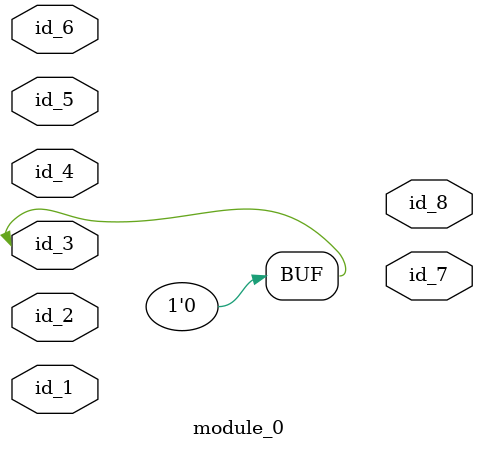
<source format=v>
module module_0 (
    id_1,
    id_2,
    id_3,
    id_4,
    id_5,
    id_6,
    id_7,
    id_8
);
  output id_8;
  output id_7;
  input id_6;
  input id_5;
  input id_4;
  inout id_3;
  input id_2;
  inout id_1;
  assign id_3 = 1'b0;
endmodule

</source>
